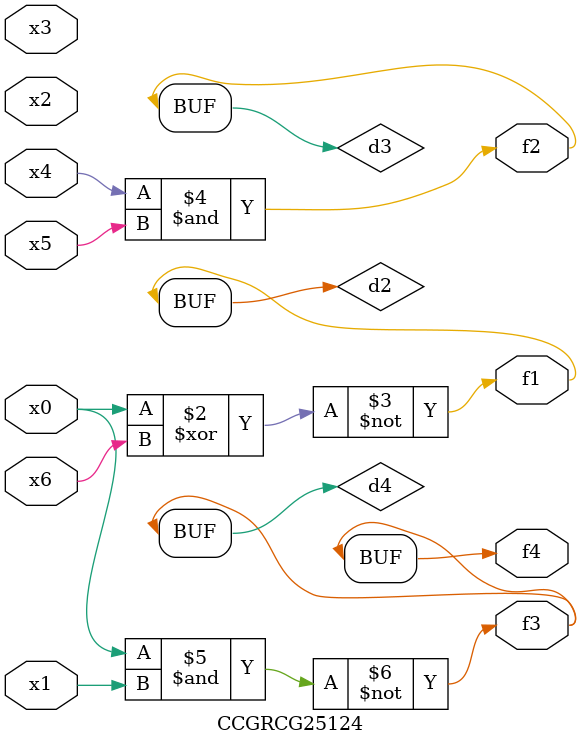
<source format=v>
module CCGRCG25124(
	input x0, x1, x2, x3, x4, x5, x6,
	output f1, f2, f3, f4
);

	wire d1, d2, d3, d4;

	nor (d1, x0);
	xnor (d2, x0, x6);
	and (d3, x4, x5);
	nand (d4, x0, x1);
	assign f1 = d2;
	assign f2 = d3;
	assign f3 = d4;
	assign f4 = d4;
endmodule

</source>
